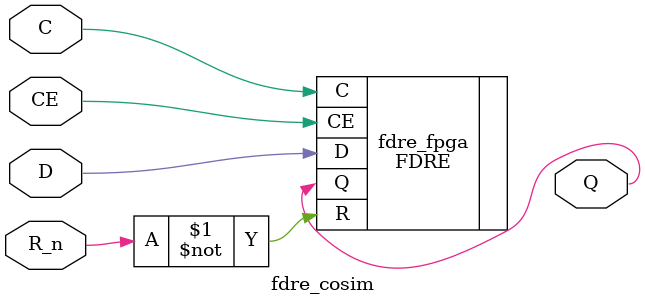
<source format=v>
`timescale 1ns / 1ps


module fdre_cosim(
    output wire Q,
    input wire R_n,
    input wire C,
    input wire CE,
    input wire D
);

`ifdef ASIC_TARGET
    reg inner_Q;
    // force the asic synthesis tool to infer an async, active-low reset FF
    always @(posedge C or negedge R_n) begin
        if(~R_n) begin
            inner_Q <= 0;
        end else begin
            if(CE) begin
                inner_Q <= D;
            end else begin
                inner_Q <= Q;
            end
        end
    end
    assign Q = inner_Q;
`else
    // use primitive from Xilinx primitives
    FDRE fdre_fpga(
        .C(C),
        .R(~R_n),
        .CE(CE),
        .D(D),
        .Q(Q)
    );
`endif

endmodule

</source>
